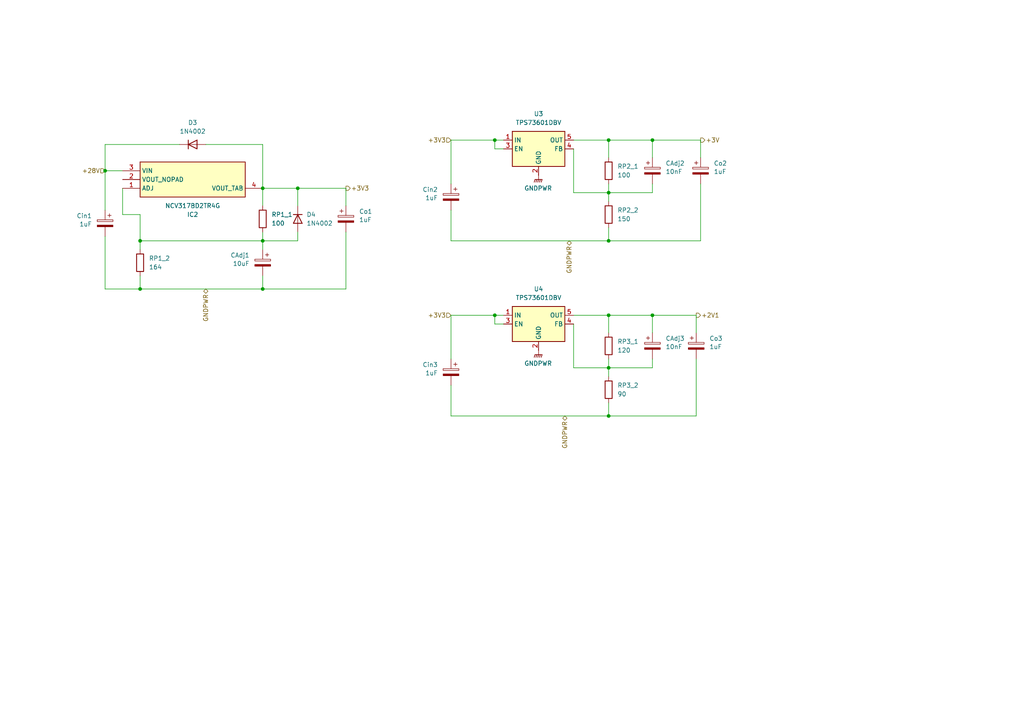
<source format=kicad_sch>
(kicad_sch (version 20231120) (generator "eeschema") (generator_version "8.0")
  (paper "A4")
  (lib_symbols
    (symbol "Device:C_Polarized" (pin_numbers hide) (pin_names (offset 0.254))
      (property "Reference" "C" (at 0.635 2.54 0))
      (property "Value" "C_Polarized" (at 0.635 -2.54 0))
      (symbol "C_Polarized_0_1"
        (rectangle (start -2.286 0.508) (end 2.286 1.016))
        (polyline (pts (xy -1.778 2.286) (xy -0.762 2.286)))
        (polyline (pts (xy -1.27 2.794) (xy -1.27 1.778)))
        (rectangle (start 2.286 -0.508) (end -2.286 -1.016) (fill (type outline)))
      )
      (symbol "C_Polarized_1_1"
        (pin passive line (at 0 3.81 270) (length 2.794) (name "~") (number "1"))
        (pin passive line (at 0 -3.81 90) (length 2.794) (name "~") (number "2"))
      )
    )
    (symbol "Device:R" (pin_numbers hide) (pin_names (offset 0))
      (property "Reference" "R" (at 2.032 0 90))
      (property "Value" "R" (at 0 0 90))
      (symbol "R_0_1"
        (rectangle (start -1.016 -2.54) (end 1.016 2.54) (stroke (width 0.254)))
      )
      (symbol "R_1_1"
        (pin passive line (at 0 3.81 270) (length 1.27) (name "~") (number "1"))
        (pin passive line (at 0 -3.81 90) (length 1.27) (name "~") (number "2"))
      )
    )
    (symbol "Diode:1N4002" (pin_numbers hide) (pin_names hide)
      (property "Reference" "D" (at 0 2.54 0))
      (property "Value" "1N4002" (at 0 -2.54 0))
      (symbol "1N4002_0_1"
        (polyline (pts (xy -1.27 1.27) (xy -1.27 -1.27)) (stroke (width 0.254)))
        (polyline (pts (xy 1.27 0) (xy -1.27 0)))
        (polyline (pts (xy 1.27 1.27) (xy 1.27 -1.27) (xy -1.27 0) (xy 1.27 1.27)) (stroke (width 0.254)))
      )
      (symbol "1N4002_1_1"
        (pin passive line (at -3.81 0 0) (length 2.54) (name "K") (number "1"))
        (pin passive line (at 3.81 0 180) (length 2.54) (name "A") (number "2"))
      )
    )
    (symbol "Regulator_Linear:TPS73601DBV"
      (property "Reference" "U" (at -6.35 6.35 0))
      (property "Value" "TPS73601DBV" (at 0 6.35 0))
      (symbol "TPS73601DBV_0_1"
        (rectangle (start -7.62 -5.08) (end 7.62 5.08) (stroke (width 0.254)) (fill (type background)))
      )
      (symbol "TPS73601DBV_1_1"
        (pin power_in line (at -10.16 2.54 0) (length 2.54) (name "IN") (number "1"))
        (pin power_in line (at 0 -7.62 90) (length 2.54) (name "GND") (number "2"))
        (pin input line (at -10.16 0 0) (length 2.54) (name "EN") (number "3"))
        (pin input line (at 10.16 0 180) (length 2.54) (name "FB") (number "4"))
        (pin power_out line (at 10.16 2.54 180) (length 2.54) (name "OUT") (number "5"))
      )
    )
    (symbol "SamacSys_Parts:NCV317BD2TR4G"
      (property "Reference" "IC" (at 36.83 7.62 0))
      (property "Value" "NCV317BD2TR4G" (at 36.83 5.08 0))
      (symbol "NCV317BD2TR4G_1_1"
        (rectangle (start 5.08 2.54) (end 35.56 -7.62) (stroke (width 0.254)) (fill (type background)))
        (pin passive line (at 0 0 0) (length 5.08) (name "ADJ") (number "1"))
        (pin output line (at 0 -2.54 0) (length 5.08) (name "VOUT_NOPAD") (number "2"))
        (pin input line (at 0 -5.08 0) (length 5.08) (name "VIN") (number "3"))
        (pin output line (at 40.64 0 180) (length 5.08) (name "VOUT_TAB") (number "4"))
      )
    )
    (symbol "power:GNDPWR" (power) (pin_numbers hide) (pin_names (offset 0) hide)
      (property "Value" "GNDPWR" (at 0 -3.302 0))
      (symbol "GNDPWR_0_1"
        (polyline (pts (xy 0 -1.27) (xy 0 0)))
        (polyline (pts (xy -1.016 -1.27) (xy -1.27 -2.032) (xy -1.27 -2.032)) (stroke (width 0.2032)))
        (polyline (pts (xy -0.508 -1.27) (xy -0.762 -2.032) (xy -0.762 -2.032)) (stroke (width 0.2032)))
        (polyline (pts (xy 0 -1.27) (xy -0.254 -2.032) (xy -0.254 -2.032)) (stroke (width 0.2032)))
        (polyline (pts (xy 0.508 -1.27) (xy 0.254 -2.032) (xy 0.254 -2.032)) (stroke (width 0.2032)))
        (polyline (pts (xy 1.016 -1.27) (xy -1.016 -1.27) (xy -1.016 -1.27)) (stroke (width 0.2032)))
        (polyline (pts (xy 1.016 -1.27) (xy 0.762 -2.032) (xy 0.762 -2.032) (xy 0.762 -2.032)) (stroke (width 0.2032)))
      )
      (symbol "GNDPWR_1_1"
        (pin power_in line (at 0 0 270) (length 0) (name "~") (number "1"))
      )
    )
  )
  (junction (at 176.53 120.65))
  (junction (at 176.53 55.88))
  (junction (at 143.51 40.64))
  (junction (at 40.64 69.85))
  (junction (at 86.36 54.61))
  (junction (at 40.64 83.82))
  (junction (at 30.48 49.53))
  (junction (at 176.53 91.44))
  (junction (at 176.53 106.68))
  (junction (at 76.2 54.61))
  (junction (at 189.23 91.44))
  (junction (at 76.2 69.85))
  (junction (at 176.53 40.64))
  (junction (at 76.2 83.82))
  (junction (at 189.23 40.64))
  (junction (at 176.53 69.85))
  (junction (at 143.51 91.44))
  (wire (pts (xy 86.36 69.85) (xy 76.2 69.85)))
  (wire (pts (xy 130.81 60.96) (xy 130.81 69.85)))
  (wire (pts (xy 40.64 83.82) (xy 76.2 83.82)))
  (wire (pts (xy 100.33 83.82) (xy 76.2 83.82)))
  (wire (pts (xy 189.23 55.88) (xy 176.53 55.88)))
  (wire (pts (xy 40.64 62.23) (xy 40.64 69.85)))
  (wire (pts (xy 189.23 40.64) (xy 203.2 40.64)))
  (wire (pts (xy 86.36 54.61) (xy 86.36 59.69)))
  (wire (pts (xy 76.2 41.91) (xy 76.2 54.61)))
  (wire (pts (xy 143.51 43.18) (xy 143.51 40.64)))
  (wire (pts (xy 130.81 40.64) (xy 130.81 53.34)))
  (wire (pts (xy 203.2 45.72) (xy 203.2 40.64)))
  (wire (pts (xy 189.23 40.64) (xy 189.23 45.72)))
  (wire (pts (xy 176.53 91.44) (xy 176.53 96.52)))
  (wire (pts (xy 176.53 104.14) (xy 176.53 106.68)))
  (wire (pts (xy 59.69 41.91) (xy 76.2 41.91)))
  (wire (pts (xy 146.05 43.18) (xy 143.51 43.18)))
  (wire (pts (xy 86.36 54.61) (xy 100.33 54.61)))
  (wire (pts (xy 189.23 53.34) (xy 189.23 55.88)))
  (wire (pts (xy 176.53 55.88) (xy 166.37 55.88)))
  (wire (pts (xy 30.48 49.53) (xy 30.48 60.96)))
  (wire (pts (xy 76.2 54.61) (xy 76.2 59.69)))
  (wire (pts (xy 76.2 69.85) (xy 40.64 69.85)))
  (wire (pts (xy 176.53 69.85) (xy 203.2 69.85)))
  (wire (pts (xy 176.53 106.68) (xy 176.53 109.22)))
  (wire (pts (xy 130.81 40.64) (xy 143.51 40.64)))
  (wire (pts (xy 30.48 41.91) (xy 30.48 49.53)))
  (wire (pts (xy 143.51 93.98) (xy 143.51 91.44)))
  (wire (pts (xy 30.48 49.53) (xy 35.56 49.53)))
  (wire (pts (xy 176.53 66.04) (xy 176.53 69.85)))
  (wire (pts (xy 130.81 91.44) (xy 130.81 104.14)))
  (wire (pts (xy 76.2 80.01) (xy 76.2 83.82)))
  (wire (pts (xy 35.56 54.61) (xy 35.56 62.23)))
  (wire (pts (xy 201.93 104.14) (xy 201.93 120.65)))
  (wire (pts (xy 30.48 83.82) (xy 40.64 83.82)))
  (wire (pts (xy 52.07 41.91) (xy 30.48 41.91)))
  (wire (pts (xy 166.37 91.44) (xy 176.53 91.44)))
  (wire (pts (xy 189.23 91.44) (xy 189.23 96.52)))
  (wire (pts (xy 176.53 55.88) (xy 176.53 58.42)))
  (wire (pts (xy 166.37 43.18) (xy 166.37 55.88)))
  (wire (pts (xy 176.53 53.34) (xy 176.53 55.88)))
  (wire (pts (xy 203.2 53.34) (xy 203.2 69.85)))
  (wire (pts (xy 201.93 96.52) (xy 201.93 91.44)))
  (wire (pts (xy 130.81 91.44) (xy 143.51 91.44)))
  (wire (pts (xy 143.51 91.44) (xy 146.05 91.44)))
  (wire (pts (xy 189.23 91.44) (xy 201.93 91.44)))
  (wire (pts (xy 40.64 80.01) (xy 40.64 83.82)))
  (wire (pts (xy 166.37 40.64) (xy 176.53 40.64)))
  (wire (pts (xy 130.81 69.85) (xy 176.53 69.85)))
  (wire (pts (xy 76.2 67.31) (xy 76.2 69.85)))
  (wire (pts (xy 166.37 93.98) (xy 166.37 106.68)))
  (wire (pts (xy 130.81 111.76) (xy 130.81 120.65)))
  (wire (pts (xy 176.53 91.44) (xy 189.23 91.44)))
  (wire (pts (xy 76.2 72.39) (xy 76.2 69.85)))
  (wire (pts (xy 100.33 67.31) (xy 100.33 83.82)))
  (wire (pts (xy 40.64 69.85) (xy 40.64 72.39)))
  (wire (pts (xy 189.23 106.68) (xy 176.53 106.68)))
  (wire (pts (xy 30.48 68.58) (xy 30.48 83.82)))
  (wire (pts (xy 176.53 120.65) (xy 201.93 120.65)))
  (wire (pts (xy 176.53 40.64) (xy 176.53 45.72)))
  (wire (pts (xy 176.53 116.84) (xy 176.53 120.65)))
  (wire (pts (xy 76.2 54.61) (xy 86.36 54.61)))
  (wire (pts (xy 130.81 120.65) (xy 176.53 120.65)))
  (wire (pts (xy 189.23 104.14) (xy 189.23 106.68)))
  (wire (pts (xy 86.36 67.31) (xy 86.36 69.85)))
  (wire (pts (xy 176.53 106.68) (xy 166.37 106.68)))
  (wire (pts (xy 146.05 93.98) (xy 143.51 93.98)))
  (wire (pts (xy 100.33 59.69) (xy 100.33 54.61)))
  (wire (pts (xy 176.53 40.64) (xy 189.23 40.64)))
  (wire (pts (xy 143.51 40.64) (xy 146.05 40.64)))
  (wire (pts (xy 35.56 62.23) (xy 40.64 62.23)))
  (hierarchical_label "+3V3" (shape input) (at 130.81 91.44 180))
  (hierarchical_label "+28V" (shape input) (at 30.48 49.53 180))
  (hierarchical_label "GNDPWR" (shape bidirectional) (at 59.69 83.82 270))
  (hierarchical_label "GNDPWR" (shape bidirectional) (at 165.1 69.85 270))
  (hierarchical_label "GNDPWR" (shape bidirectional) (at 163.83 120.65 270))
  (hierarchical_label "+3V3" (shape output) (at 100.33 54.61 0))
  (hierarchical_label "+3V" (shape output) (at 203.2 40.64 0))
  (hierarchical_label "+3V3" (shape input) (at 130.81 40.64 180))
  (hierarchical_label "+2V1" (shape output) (at 201.93 91.44 0))
  (symbol (lib_id "Device:R") (at 176.53 62.23 0) (unit 1)
    (property "Reference" "RP2_2" (at 179.07 60.9599 0) (effects (justify left)))
    (property "Value" "150" (at 179.07 63.4999 0) (effects (justify left)))
    (property "Description" "Resistor" (effects (hide yes)))
  )
  (symbol (lib_id "Device:C_Polarized") (at 189.23 49.53 0) (unit 1)
    (property "Reference" "CAdj2" (at 193.04 47.3709 0) (effects (justify left)))
    (property "Value" "10nF" (at 193.04 49.784 0) (effects (justify left)))
    (property "Description" "Polarized capacitor" (effects (hide yes)))
  )
  (symbol (lib_id "SamacSys_Parts:NCV317BD2TR4G") (at 35.56 54.61 0) (mirror x) (unit 1)
    (property "Reference" "IC2" (at 55.88 62.23 0))
    (property "Value" "NCV317BD2TR4G" (at 55.88 59.69 0))
    (property "Footprint" "TO254P1420X457-4N" (effects (hide yes)))
    (property "Datasheet" "http://www.onsemi.com/pub/Collateral/LM317-D.PDF" (effects (hide yes)))
    (property "Description" "Linear Voltage Regulators 1.5A -1.2 to -37V ADJ Positive" (effects (hide yes)))
    (property "Height" "4.572" (effects (hide yes)))
    (property "Manufacturer_Name" "onsemi" (effects (hide yes)))
    (property "Manufacturer_Part_Number" "NCV317BD2TR4G" (effects (hide yes)))
    (property "Arrow Part Number" "NCV317BD2TR4G" (effects (hide yes)))
    (property "Arrow Price/Stock" "https://www.arrow.com/en/products/ncv317bd2tr4g/on-semiconductor?region=europe" (effects (hide yes)))
  )
  (symbol (lib_id "Device:C_Polarized") (at 130.81 107.95 0) (mirror y) (unit 1)
    (property "Reference" "Cin3" (at 127 105.7909 0) (effects (justify left)))
    (property "Value" "1uF" (at 127 108.204 0) (effects (justify left)))
    (property "Description" "Polarized capacitor" (effects (hide yes)))
  )
  (symbol (lib_id "Device:C_Polarized") (at 203.2 49.53 0) (unit 1)
    (property "Reference" "Co2" (at 207.01 47.3709 0) (effects (justify left)))
    (property "Value" "1uF" (at 207.01 49.784 0) (effects (justify left)))
    (property "Description" "Polarized capacitor" (effects (hide yes)))
  )
  (symbol (lib_id "Device:R") (at 176.53 100.33 0) (unit 1)
    (property "Reference" "RP3_1" (at 179.07 99.0599 0) (effects (justify left)))
    (property "Value" "120" (at 179.07 101.5999 0) (effects (justify left)))
    (property "Description" "Resistor" (effects (hide yes)))
  )
  (symbol (lib_id "power:GNDPWR") (at 156.21 50.8 0) (unit 1)
    (property "Reference" "#PWR015" (effects (hide yes)))
    (property "Value" "GNDPWR" (at 156.083 54.61 0))
    (property "Description" "Power symbol creates a global label with name \"GNDPWR\" , global ground" (effects (hide yes)))
  )
  (symbol (lib_id "Device:C_Polarized") (at 76.2 76.2 0) (mirror y) (unit 1)
    (property "Reference" "CAdj1" (at 72.39 74.0409 0) (effects (justify left)))
    (property "Value" "10uF" (at 72.39 76.454 0) (effects (justify left)))
    (property "Description" "Polarized capacitor" (effects (hide yes)))
  )
  (symbol (lib_id "Device:C_Polarized") (at 30.48 64.77 0) (mirror y) (unit 1)
    (property "Reference" "Cin1" (at 26.67 62.6109 0) (effects (justify left)))
    (property "Value" "1uF" (at 26.67 65.024 0) (effects (justify left)))
    (property "Description" "Polarized capacitor" (effects (hide yes)))
  )
  (symbol (lib_id "Device:R") (at 176.53 113.03 0) (unit 1)
    (property "Reference" "RP3_2" (at 179.07 111.7599 0) (effects (justify left)))
    (property "Value" "90" (at 179.07 114.2999 0) (effects (justify left)))
    (property "Description" "Resistor" (effects (hide yes)))
  )
  (symbol (lib_id "Device:R") (at 176.53 49.53 0) (unit 1)
    (property "Reference" "RP2_1" (at 179.07 48.2599 0) (effects (justify left)))
    (property "Value" "100" (at 179.07 50.7999 0) (effects (justify left)))
    (property "Description" "Resistor" (effects (hide yes)))
  )
  (symbol (lib_id "Device:C_Polarized") (at 189.23 100.33 0) (unit 1)
    (property "Reference" "CAdj3" (at 193.04 98.1709 0) (effects (justify left)))
    (property "Value" "10nF" (at 193.04 100.584 0) (effects (justify left)))
    (property "Description" "Polarized capacitor" (effects (hide yes)))
  )
  (symbol (lib_id "Regulator_Linear:TPS73601DBV") (at 156.21 93.98 0) (unit 1)
    (property "Reference" "U4" (at 156.21 83.82 0))
    (property "Value" "TPS73601DBV" (at 156.21 86.36 0))
    (property "Footprint" "Package_TO_SOT_SMD:SOT-23-5" (effects (hide yes)))
    (property "Datasheet" "http://www.ti.com/lit/ds/symlink/tps736.pdf" (effects (hide yes)))
    (property "Description" "Cap free NMOS 400mA Low Drop Adjustable Out Regulator, SOT-23-5" (effects (hide yes)))
  )
  (symbol (lib_id "Device:R") (at 76.2 63.5 0) (unit 1)
    (property "Reference" "RP1_1" (at 78.74 62.2299 0) (effects (justify left)))
    (property "Value" "100" (at 78.74 64.7699 0) (effects (justify left)))
    (property "Description" "Resistor" (effects (hide yes)))
  )
  (symbol (lib_id "Device:C_Polarized") (at 100.33 63.5 0) (unit 1)
    (property "Reference" "Co1" (at 104.14 61.3409 0) (effects (justify left)))
    (property "Value" "1uF" (at 104.14 63.754 0) (effects (justify left)))
    (property "Description" "Polarized capacitor" (effects (hide yes)))
  )
  (symbol (lib_id "Device:R") (at 40.64 76.2 0) (unit 1)
    (property "Reference" "RP1_2" (at 43.18 74.9299 0) (effects (justify left)))
    (property "Value" "164" (at 43.18 77.4699 0) (effects (justify left)))
    (property "Description" "Resistor" (effects (hide yes)))
  )
  (symbol (lib_id "Regulator_Linear:TPS73601DBV") (at 156.21 43.18 0) (unit 1)
    (property "Reference" "U3" (at 156.21 33.02 0))
    (property "Value" "TPS73601DBV" (at 156.21 35.56 0))
    (property "Footprint" "Package_TO_SOT_SMD:SOT-23-5" (effects (hide yes)))
    (property "Datasheet" "http://www.ti.com/lit/ds/symlink/tps736.pdf" (effects (hide yes)))
    (property "Description" "Cap free NMOS 400mA Low Drop Adjustable Out Regulator, SOT-23-5" (effects (hide yes)))
  )
  (symbol (lib_id "Device:C_Polarized") (at 130.81 57.15 0) (mirror y) (unit 1)
    (property "Reference" "Cin2" (at 127 54.9909 0) (effects (justify left)))
    (property "Value" "1uF" (at 127 57.404 0) (effects (justify left)))
    (property "Description" "Polarized capacitor" (effects (hide yes)))
  )
  (symbol (lib_id "Device:C_Polarized") (at 201.93 100.33 0) (unit 1)
    (property "Reference" "Co3" (at 205.74 98.1709 0) (effects (justify left)))
    (property "Value" "1uF" (at 205.74 100.584 0) (effects (justify left)))
    (property "Description" "Polarized capacitor" (effects (hide yes)))
  )
  (symbol (lib_id "Diode:1N4002") (at 55.88 41.91 0) (unit 1)
    (property "Reference" "D3" (at 55.88 35.56 0))
    (property "Value" "1N4002" (at 55.88 38.1 0))
    (property "Footprint" "Diode_THT:D_DO-41_SOD81_P10.16mm_Horizontal" (effects (hide yes)))
    (property "Datasheet" "http://www.vishay.com/docs/88503/1n4001.pdf" (effects (hide yes)))
    (property "Description" "100V 1A General Purpose Rectifier Diode, DO-41" (effects (hide yes)))
    (property "Sim.Device" "D" (effects (hide yes)))
    (property "Sim.Pins" "1=K 2=A" (effects (hide yes)))
  )
  (symbol (lib_id "Diode:1N4002") (at 86.36 63.5 270) (unit 1)
    (property "Reference" "D4" (at 88.9 62.2299 90) (effects (justify left)))
    (property "Value" "1N4002" (at 88.9 64.7699 90) (effects (justify left)))
    (property "Footprint" "Diode_THT:D_DO-41_SOD81_P10.16mm_Horizontal" (effects (hide yes)))
    (property "Datasheet" "http://www.vishay.com/docs/88503/1n4001.pdf" (effects (hide yes)))
    (property "Description" "100V 1A General Purpose Rectifier Diode, DO-41" (effects (hide yes)))
    (property "Sim.Device" "D" (effects (hide yes)))
    (property "Sim.Pins" "1=K 2=A" (effects (hide yes)))
  )
  (symbol (lib_id "power:GNDPWR") (at 156.21 101.6 0) (unit 1)
    (property "Reference" "#PWR016" (effects (hide yes)))
    (property "Value" "GNDPWR" (at 156.083 105.41 0))
    (property "Description" "Power symbol creates a global label with name \"GNDPWR\" , global ground" (effects (hide yes)))
  )
)
</source>
